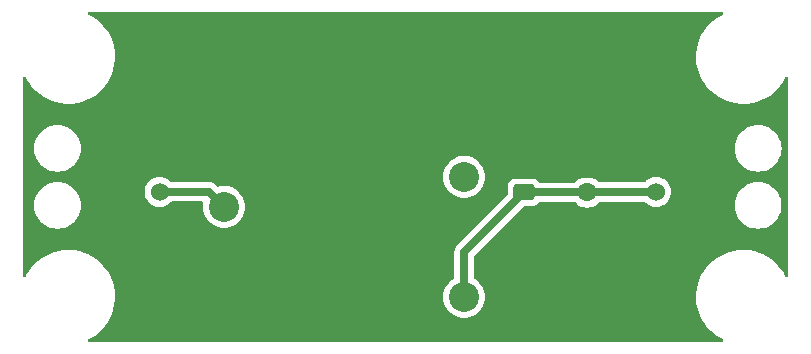
<source format=gbr>
%TF.GenerationSoftware,KiCad,Pcbnew,7.0.5*%
%TF.CreationDate,2023-10-04T22:36:29-05:00*%
%TF.ProjectId,24V Regulator Breakout,32345620-5265-4677-956c-61746f722042,rev?*%
%TF.SameCoordinates,Original*%
%TF.FileFunction,Copper,L1,Top*%
%TF.FilePolarity,Positive*%
%FSLAX46Y46*%
G04 Gerber Fmt 4.6, Leading zero omitted, Abs format (unit mm)*
G04 Created by KiCad (PCBNEW 7.0.5) date 2023-10-04 22:36:29*
%MOMM*%
%LPD*%
G01*
G04 APERTURE LIST*
G04 Aperture macros list*
%AMRoundRect*
0 Rectangle with rounded corners*
0 $1 Rounding radius*
0 $2 $3 $4 $5 $6 $7 $8 $9 X,Y pos of 4 corners*
0 Add a 4 corners polygon primitive as box body*
4,1,4,$2,$3,$4,$5,$6,$7,$8,$9,$2,$3,0*
0 Add four circle primitives for the rounded corners*
1,1,$1+$1,$2,$3*
1,1,$1+$1,$4,$5*
1,1,$1+$1,$6,$7*
1,1,$1+$1,$8,$9*
0 Add four rect primitives between the rounded corners*
20,1,$1+$1,$2,$3,$4,$5,0*
20,1,$1+$1,$4,$5,$6,$7,0*
20,1,$1+$1,$6,$7,$8,$9,0*
20,1,$1+$1,$8,$9,$2,$3,0*%
G04 Aperture macros list end*
%TA.AperFunction,ComponentPad*%
%ADD10C,2.540000*%
%TD*%
%TA.AperFunction,SMDPad,CuDef*%
%ADD11RoundRect,0.250000X-0.650000X0.412500X-0.650000X-0.412500X0.650000X-0.412500X0.650000X0.412500X0*%
%TD*%
%TA.AperFunction,ComponentPad*%
%ADD12R,1.600000X1.600000*%
%TD*%
%TA.AperFunction,ComponentPad*%
%ADD13C,1.600000*%
%TD*%
%TA.AperFunction,ComponentPad*%
%ADD14C,1.524000*%
%TD*%
%TA.AperFunction,Conductor*%
%ADD15C,0.635000*%
%TD*%
G04 APERTURE END LIST*
D10*
%TO.P,U1,1,ON/OFF*%
%TO.N,GND*%
X83058000Y-50800000D03*
%TO.P,U1,2,VIN-*%
X83058000Y-58420000D03*
%TO.P,U1,3,VIN+*%
%TO.N,Net-(U1-VIN+)*%
X83058000Y-63500000D03*
%TO.P,U1,4,VOUT+*%
%TO.N,Net-(U1-VOUT+)*%
X103378000Y-71120000D03*
%TO.P,U1,5,Trim*%
%TO.N,unconnected-(U1-Trim-Pad5)*%
X103378000Y-60960000D03*
%TO.P,U1,6,VOUT-*%
%TO.N,GND*%
X103378000Y-50800000D03*
%TD*%
D11*
%TO.P,C2,1*%
%TO.N,GND*%
X108458000Y-59143500D03*
%TO.P,C2,2*%
%TO.N,Net-(U1-VOUT+)*%
X108458000Y-62268500D03*
%TD*%
D12*
%TO.P,C1,1*%
%TO.N,GND*%
X113792000Y-60258888D03*
D13*
%TO.P,C1,2*%
%TO.N,Net-(U1-VOUT+)*%
X113792000Y-62258888D03*
%TD*%
D14*
%TO.P,Conn1,1*%
%TO.N,GND*%
X119634000Y-59690000D03*
%TO.P,Conn1,2*%
%TO.N,Net-(U1-VOUT+)*%
X119634000Y-62230000D03*
%TD*%
%TO.P,Conn2,1*%
%TO.N,Net-(U1-VIN+)*%
X77597000Y-62230000D03*
%TO.P,Conn2,2*%
%TO.N,GND*%
X77597000Y-59690000D03*
%TD*%
D15*
%TO.N,Net-(U1-VIN+)*%
X77597000Y-62230000D02*
X81788000Y-62230000D01*
X81788000Y-62230000D02*
X83058000Y-63500000D01*
%TO.N,Net-(U1-VOUT+)*%
X103378000Y-71120000D02*
X103378000Y-67348500D01*
X103378000Y-67348500D02*
X108458000Y-62268500D01*
X113782388Y-62268500D02*
X113792000Y-62258888D01*
X119605112Y-62258888D02*
X119634000Y-62230000D01*
X113792000Y-62258888D02*
X119605112Y-62258888D01*
X108458000Y-62268500D02*
X113782388Y-62268500D01*
%TD*%
%TA.AperFunction,Conductor*%
%TO.N,GND*%
G36*
X125275822Y-47010185D02*
G01*
X125321577Y-47062989D01*
X125331521Y-47132147D01*
X125302496Y-47195703D01*
X125262585Y-47226220D01*
X125097191Y-47305869D01*
X124758753Y-47512684D01*
X124758742Y-47512692D01*
X124442575Y-47752180D01*
X124442572Y-47752182D01*
X124151813Y-48021968D01*
X123889365Y-48319359D01*
X123657839Y-48641393D01*
X123657826Y-48641413D01*
X123459516Y-48984896D01*
X123296382Y-49346437D01*
X123170059Y-49722419D01*
X123081799Y-50109111D01*
X123032478Y-50502681D01*
X123022590Y-50899173D01*
X123022590Y-50899187D01*
X123052230Y-51294711D01*
X123052231Y-51294724D01*
X123121108Y-51685339D01*
X123228530Y-52067137D01*
X123228534Y-52067151D01*
X123373435Y-52436353D01*
X123373440Y-52436365D01*
X123554386Y-52789314D01*
X123554391Y-52789323D01*
X123769586Y-53122509D01*
X123895691Y-53280640D01*
X124016895Y-53432625D01*
X124293823Y-53716544D01*
X124293833Y-53716554D01*
X124597676Y-53971508D01*
X124925394Y-54194942D01*
X125273730Y-54384636D01*
X125639223Y-54538704D01*
X125639232Y-54538706D01*
X125639238Y-54538709D01*
X126018235Y-54655614D01*
X126018248Y-54655617D01*
X126406999Y-54734205D01*
X126407014Y-54734208D01*
X126745300Y-54768058D01*
X126801680Y-54773700D01*
X126801681Y-54773700D01*
X127099084Y-54773700D01*
X127099101Y-54773700D01*
X127396145Y-54758875D01*
X127788353Y-54699759D01*
X128172726Y-54601886D01*
X128545445Y-54466228D01*
X128902803Y-54294133D01*
X129241251Y-54087312D01*
X129557424Y-53847820D01*
X129848181Y-53578037D01*
X130110631Y-53280645D01*
X130342166Y-52958600D01*
X130540485Y-52615101D01*
X130572473Y-52544207D01*
X130617988Y-52491197D01*
X130684938Y-52471208D01*
X130752066Y-52490589D01*
X130798060Y-52543185D01*
X130809500Y-52595207D01*
X130809500Y-69326798D01*
X130789815Y-69393837D01*
X130737011Y-69439592D01*
X130667853Y-69449536D01*
X130604297Y-69420511D01*
X130575156Y-69383368D01*
X130445613Y-69130685D01*
X130445609Y-69130677D01*
X130230414Y-68797491D01*
X129983114Y-68487386D01*
X129983111Y-68487383D01*
X129983104Y-68487374D01*
X129706176Y-68203455D01*
X129706173Y-68203452D01*
X129706172Y-68203451D01*
X129706167Y-68203446D01*
X129402324Y-67948492D01*
X129329613Y-67898918D01*
X129074605Y-67725057D01*
X128938624Y-67651006D01*
X128726270Y-67535364D01*
X128726262Y-67535360D01*
X128726259Y-67535359D01*
X128360777Y-67381296D01*
X128360761Y-67381290D01*
X127981764Y-67264385D01*
X127981751Y-67264382D01*
X127593000Y-67185794D01*
X127592979Y-67185791D01*
X127198320Y-67146300D01*
X127198319Y-67146300D01*
X126900899Y-67146300D01*
X126900884Y-67146300D01*
X126603855Y-67161124D01*
X126211647Y-67220241D01*
X125827272Y-67318114D01*
X125454549Y-67453774D01*
X125097191Y-67625869D01*
X124758753Y-67832684D01*
X124758742Y-67832692D01*
X124442575Y-68072180D01*
X124442572Y-68072182D01*
X124151813Y-68341968D01*
X123889365Y-68639359D01*
X123657839Y-68961393D01*
X123657826Y-68961413D01*
X123459516Y-69304896D01*
X123296382Y-69666437D01*
X123170059Y-70042419D01*
X123081799Y-70429111D01*
X123032478Y-70822681D01*
X123022590Y-71219173D01*
X123022590Y-71219187D01*
X123052230Y-71614711D01*
X123052231Y-71614724D01*
X123121108Y-72005339D01*
X123228530Y-72387137D01*
X123228534Y-72387151D01*
X123373435Y-72756353D01*
X123373440Y-72756365D01*
X123554386Y-73109314D01*
X123554391Y-73109323D01*
X123769586Y-73442509D01*
X123895691Y-73600640D01*
X124016895Y-73752625D01*
X124293823Y-74036544D01*
X124293833Y-74036554D01*
X124597676Y-74291508D01*
X124767522Y-74407307D01*
X124925401Y-74514947D01*
X125258974Y-74696601D01*
X125308436Y-74745950D01*
X125323365Y-74814206D01*
X125299022Y-74879698D01*
X125243136Y-74921633D01*
X125199671Y-74929500D01*
X71641217Y-74929500D01*
X71574178Y-74909815D01*
X71528423Y-74857011D01*
X71518479Y-74787853D01*
X71547504Y-74724297D01*
X71587415Y-74693780D01*
X71616295Y-74679871D01*
X71752803Y-74614133D01*
X72091251Y-74407312D01*
X72407424Y-74167820D01*
X72698181Y-73898037D01*
X72960631Y-73600645D01*
X73192166Y-73278600D01*
X73390485Y-72935101D01*
X73553617Y-72573563D01*
X73679941Y-72197578D01*
X73768201Y-71810885D01*
X73817521Y-71417325D01*
X73822462Y-71219173D01*
X73824935Y-71120004D01*
X101602535Y-71120004D01*
X101622363Y-71384609D01*
X101622364Y-71384614D01*
X101681410Y-71643313D01*
X101681412Y-71643322D01*
X101681414Y-71643327D01*
X101778361Y-71890345D01*
X101911042Y-72120155D01*
X102076492Y-72327623D01*
X102271016Y-72508114D01*
X102490268Y-72657598D01*
X102729350Y-72772734D01*
X102982922Y-72850950D01*
X102982923Y-72850950D01*
X102982926Y-72850951D01*
X103245311Y-72890499D01*
X103245316Y-72890499D01*
X103245319Y-72890500D01*
X103245320Y-72890500D01*
X103510680Y-72890500D01*
X103510681Y-72890500D01*
X103510688Y-72890499D01*
X103773073Y-72850951D01*
X103773074Y-72850950D01*
X103773078Y-72850950D01*
X104026650Y-72772734D01*
X104265733Y-72657598D01*
X104484984Y-72508114D01*
X104679508Y-72327623D01*
X104844958Y-72120155D01*
X104977639Y-71890345D01*
X105074586Y-71643327D01*
X105133635Y-71384619D01*
X105153465Y-71120000D01*
X105133635Y-70855381D01*
X105074586Y-70596673D01*
X104977639Y-70349655D01*
X104844958Y-70119845D01*
X104679508Y-69912377D01*
X104484984Y-69731886D01*
X104484985Y-69731886D01*
X104484980Y-69731882D01*
X104265735Y-69582402D01*
X104261717Y-69580083D01*
X104262284Y-69579099D01*
X104214325Y-69535781D01*
X104196000Y-69470905D01*
X104196000Y-67738687D01*
X104215685Y-67671648D01*
X104232319Y-67651006D01*
X108415507Y-63467818D01*
X108476830Y-63434333D01*
X108503188Y-63431499D01*
X109158002Y-63431499D01*
X109158008Y-63431499D01*
X109260797Y-63420999D01*
X109427334Y-63365814D01*
X109576656Y-63273712D01*
X109700712Y-63149656D01*
X109703335Y-63145402D01*
X109755285Y-63098678D01*
X109808874Y-63086500D01*
X112729063Y-63086500D01*
X112796102Y-63106185D01*
X112816744Y-63122819D01*
X112952858Y-63258933D01*
X112952861Y-63258935D01*
X113139266Y-63389456D01*
X113345504Y-63485627D01*
X113565308Y-63544523D01*
X113727230Y-63558689D01*
X113791998Y-63564356D01*
X113792000Y-63564356D01*
X113792002Y-63564356D01*
X113848672Y-63559397D01*
X114018692Y-63544523D01*
X114238496Y-63485627D01*
X114444734Y-63389456D01*
X114631139Y-63258935D01*
X114776868Y-63113205D01*
X114838189Y-63079722D01*
X114864548Y-63076888D01*
X118644080Y-63076888D01*
X118711119Y-63096573D01*
X118731761Y-63113207D01*
X118819378Y-63200824D01*
X118819384Y-63200829D01*
X119000333Y-63327531D01*
X119000335Y-63327532D01*
X119000338Y-63327534D01*
X119200550Y-63420894D01*
X119413932Y-63478070D01*
X119571123Y-63491822D01*
X119633998Y-63497323D01*
X119634000Y-63497323D01*
X119634002Y-63497323D01*
X119689016Y-63492509D01*
X119854068Y-63478070D01*
X120067450Y-63420894D01*
X120170157Y-63373001D01*
X126289454Y-63373001D01*
X126309613Y-63654866D01*
X126333488Y-63764614D01*
X126369680Y-63930984D01*
X126404117Y-64023313D01*
X126468432Y-64195750D01*
X126468434Y-64195754D01*
X126603855Y-64443758D01*
X126603860Y-64443766D01*
X126773196Y-64669974D01*
X126773212Y-64669992D01*
X126973007Y-64869787D01*
X126973025Y-64869803D01*
X127199233Y-65039139D01*
X127199241Y-65039144D01*
X127447245Y-65174565D01*
X127447249Y-65174567D01*
X127447251Y-65174568D01*
X127712016Y-65273320D01*
X127850077Y-65303353D01*
X127988133Y-65333386D01*
X127988135Y-65333386D01*
X127988139Y-65333387D01*
X128199447Y-65348500D01*
X128340553Y-65348500D01*
X128551861Y-65333387D01*
X128827984Y-65273320D01*
X129092749Y-65174568D01*
X129340764Y-65039141D01*
X129566982Y-64869797D01*
X129766797Y-64669982D01*
X129936141Y-64443764D01*
X130071568Y-64195749D01*
X130170320Y-63930984D01*
X130230387Y-63654861D01*
X130250546Y-63373000D01*
X130230387Y-63091139D01*
X130228903Y-63084319D01*
X130170321Y-62815022D01*
X130170320Y-62815016D01*
X130071568Y-62550251D01*
X130042819Y-62497602D01*
X129936144Y-62302241D01*
X129936139Y-62302233D01*
X129766803Y-62076025D01*
X129766787Y-62076007D01*
X129566992Y-61876212D01*
X129566974Y-61876196D01*
X129340766Y-61706860D01*
X129340758Y-61706855D01*
X129092754Y-61571434D01*
X129092750Y-61571432D01*
X128989698Y-61532996D01*
X128827984Y-61472680D01*
X128827980Y-61472679D01*
X128827977Y-61472678D01*
X128551866Y-61412613D01*
X128340555Y-61397500D01*
X128340553Y-61397500D01*
X128199447Y-61397500D01*
X128199444Y-61397500D01*
X127988133Y-61412613D01*
X127712022Y-61472678D01*
X127712017Y-61472679D01*
X127712016Y-61472680D01*
X127683457Y-61483332D01*
X127447249Y-61571432D01*
X127447245Y-61571434D01*
X127199241Y-61706855D01*
X127199233Y-61706860D01*
X126973025Y-61876196D01*
X126973007Y-61876212D01*
X126773212Y-62076007D01*
X126773196Y-62076025D01*
X126603860Y-62302233D01*
X126603855Y-62302241D01*
X126468434Y-62550245D01*
X126468432Y-62550249D01*
X126369678Y-62815022D01*
X126309613Y-63091133D01*
X126289454Y-63372998D01*
X126289454Y-63373001D01*
X120170157Y-63373001D01*
X120267662Y-63327534D01*
X120448620Y-63200826D01*
X120604826Y-63044620D01*
X120731534Y-62863662D01*
X120824894Y-62663450D01*
X120882070Y-62450068D01*
X120901323Y-62230000D01*
X120882070Y-62009932D01*
X120824894Y-61796550D01*
X120731534Y-61596339D01*
X120646347Y-61474678D01*
X120604827Y-61415381D01*
X120565127Y-61375681D01*
X120448620Y-61259174D01*
X120448616Y-61259171D01*
X120448615Y-61259170D01*
X120267666Y-61132468D01*
X120267662Y-61132466D01*
X120258769Y-61128319D01*
X120067450Y-61039106D01*
X120067447Y-61039105D01*
X120067445Y-61039104D01*
X119854070Y-60981930D01*
X119854062Y-60981929D01*
X119634002Y-60962677D01*
X119633998Y-60962677D01*
X119413937Y-60981929D01*
X119413929Y-60981930D01*
X119200554Y-61039104D01*
X119200548Y-61039107D01*
X119000340Y-61132465D01*
X119000338Y-61132466D01*
X118819381Y-61259172D01*
X118746683Y-61331870D01*
X118673983Y-61404570D01*
X118612663Y-61438054D01*
X118586304Y-61440888D01*
X114864548Y-61440888D01*
X114797509Y-61421203D01*
X114776871Y-61404573D01*
X114631139Y-61258841D01*
X114631138Y-61258840D01*
X114631137Y-61258839D01*
X114444734Y-61128320D01*
X114444732Y-61128319D01*
X114238497Y-61032149D01*
X114238488Y-61032146D01*
X114018697Y-60973254D01*
X114018693Y-60973253D01*
X114018692Y-60973253D01*
X114018691Y-60973252D01*
X114018686Y-60973252D01*
X113792002Y-60953420D01*
X113791998Y-60953420D01*
X113565313Y-60973252D01*
X113565302Y-60973254D01*
X113345511Y-61032146D01*
X113345502Y-61032149D01*
X113139267Y-61128319D01*
X113139265Y-61128320D01*
X112952858Y-61258842D01*
X112797520Y-61414181D01*
X112736197Y-61447666D01*
X112709839Y-61450500D01*
X109808874Y-61450500D01*
X109741835Y-61430815D01*
X109703336Y-61391598D01*
X109700712Y-61387344D01*
X109576657Y-61263289D01*
X109576656Y-61263289D01*
X109576656Y-61263288D01*
X109427334Y-61171186D01*
X109260797Y-61116001D01*
X109260795Y-61116000D01*
X109158010Y-61105500D01*
X107757998Y-61105500D01*
X107757981Y-61105501D01*
X107655203Y-61116000D01*
X107655200Y-61116001D01*
X107488668Y-61171185D01*
X107488663Y-61171187D01*
X107339342Y-61263289D01*
X107215289Y-61387342D01*
X107123187Y-61536663D01*
X107123185Y-61536668D01*
X107111665Y-61571434D01*
X107068001Y-61703203D01*
X107068001Y-61703204D01*
X107068000Y-61703204D01*
X107057500Y-61805983D01*
X107057500Y-62460811D01*
X107037815Y-62527850D01*
X107021181Y-62548492D01*
X102734417Y-66835255D01*
X102734414Y-66835259D01*
X102711673Y-66871450D01*
X102707648Y-66877122D01*
X102680999Y-66910540D01*
X102662450Y-66949056D01*
X102659085Y-66955144D01*
X102636345Y-66991334D01*
X102622226Y-67031683D01*
X102619564Y-67038110D01*
X102601018Y-67076621D01*
X102591506Y-67118293D01*
X102589580Y-67124977D01*
X102575462Y-67165327D01*
X102575461Y-67165330D01*
X102570677Y-67207800D01*
X102569511Y-67214659D01*
X102560000Y-67256327D01*
X102560000Y-67302562D01*
X102559999Y-69470907D01*
X102540314Y-69537947D01*
X102493737Y-69579148D01*
X102494279Y-69580087D01*
X102490257Y-69582408D01*
X102271019Y-69731883D01*
X102076494Y-69912375D01*
X102076492Y-69912377D01*
X101911042Y-70119845D01*
X101778361Y-70349654D01*
X101681416Y-70596667D01*
X101681410Y-70596686D01*
X101622364Y-70855385D01*
X101622363Y-70855390D01*
X101602535Y-71119995D01*
X101602535Y-71120004D01*
X73824935Y-71120004D01*
X73827409Y-71020826D01*
X73827409Y-71020810D01*
X73815012Y-70855381D01*
X73797769Y-70625280D01*
X73728893Y-70234668D01*
X73621467Y-69852854D01*
X73573989Y-69731883D01*
X73476564Y-69483646D01*
X73476559Y-69483634D01*
X73295613Y-69130685D01*
X73295609Y-69130677D01*
X73080414Y-68797491D01*
X72833114Y-68487386D01*
X72833111Y-68487383D01*
X72833104Y-68487374D01*
X72556176Y-68203455D01*
X72556173Y-68203452D01*
X72556172Y-68203451D01*
X72556167Y-68203446D01*
X72252324Y-67948492D01*
X72179613Y-67898918D01*
X71924605Y-67725057D01*
X71788624Y-67651006D01*
X71576270Y-67535364D01*
X71576262Y-67535360D01*
X71576259Y-67535359D01*
X71210777Y-67381296D01*
X71210761Y-67381290D01*
X70831764Y-67264385D01*
X70831751Y-67264382D01*
X70443000Y-67185794D01*
X70442979Y-67185791D01*
X70048320Y-67146300D01*
X70048319Y-67146300D01*
X69750899Y-67146300D01*
X69750884Y-67146300D01*
X69453855Y-67161124D01*
X69061647Y-67220241D01*
X68677272Y-67318114D01*
X68304549Y-67453774D01*
X67947191Y-67625869D01*
X67608753Y-67832684D01*
X67608742Y-67832692D01*
X67292575Y-68072180D01*
X67292572Y-68072182D01*
X67001813Y-68341968D01*
X66739365Y-68639359D01*
X66507839Y-68961393D01*
X66507826Y-68961413D01*
X66309516Y-69304896D01*
X66277527Y-69375792D01*
X66232011Y-69428803D01*
X66165062Y-69448791D01*
X66097934Y-69429410D01*
X66051940Y-69376814D01*
X66040500Y-69324792D01*
X66040500Y-63375001D01*
X66976454Y-63375001D01*
X66996613Y-63656866D01*
X67056678Y-63932977D01*
X67056680Y-63932984D01*
X67090371Y-64023313D01*
X67155432Y-64197750D01*
X67155434Y-64197754D01*
X67290855Y-64445758D01*
X67290860Y-64445766D01*
X67460196Y-64671974D01*
X67460212Y-64671992D01*
X67660007Y-64871787D01*
X67660025Y-64871803D01*
X67886233Y-65041139D01*
X67886241Y-65041144D01*
X68134245Y-65176565D01*
X68134249Y-65176567D01*
X68134251Y-65176568D01*
X68399016Y-65275320D01*
X68537077Y-65305353D01*
X68675133Y-65335386D01*
X68675135Y-65335386D01*
X68675139Y-65335387D01*
X68886447Y-65350500D01*
X69027553Y-65350500D01*
X69238861Y-65335387D01*
X69248060Y-65333386D01*
X69278527Y-65326758D01*
X69514984Y-65275320D01*
X69779749Y-65176568D01*
X70027764Y-65041141D01*
X70253982Y-64871797D01*
X70453797Y-64671982D01*
X70623141Y-64445764D01*
X70758568Y-64197749D01*
X70857320Y-63932984D01*
X70917387Y-63656861D01*
X70937546Y-63375000D01*
X70917387Y-63093139D01*
X70915468Y-63084319D01*
X70857321Y-62817022D01*
X70857320Y-62817016D01*
X70758568Y-62552251D01*
X70756515Y-62548492D01*
X70623144Y-62304241D01*
X70623139Y-62304233D01*
X70567571Y-62230002D01*
X76329677Y-62230002D01*
X76348929Y-62450062D01*
X76348930Y-62450070D01*
X76406104Y-62663445D01*
X76406105Y-62663447D01*
X76406106Y-62663450D01*
X76437372Y-62730500D01*
X76499466Y-62863662D01*
X76499468Y-62863666D01*
X76626170Y-63044615D01*
X76626175Y-63044621D01*
X76782378Y-63200824D01*
X76782384Y-63200829D01*
X76963333Y-63327531D01*
X76963335Y-63327532D01*
X76963338Y-63327534D01*
X77163550Y-63420894D01*
X77376932Y-63478070D01*
X77534123Y-63491822D01*
X77596998Y-63497323D01*
X77597000Y-63497323D01*
X77597002Y-63497323D01*
X77652017Y-63492509D01*
X77817068Y-63478070D01*
X78030450Y-63420894D01*
X78230662Y-63327534D01*
X78411620Y-63200826D01*
X78528126Y-63084319D01*
X78589450Y-63050834D01*
X78615808Y-63048000D01*
X81189643Y-63048000D01*
X81256682Y-63067685D01*
X81302437Y-63120489D01*
X81312381Y-63189647D01*
X81310536Y-63199580D01*
X81305906Y-63219862D01*
X81302363Y-63235388D01*
X81302363Y-63235390D01*
X81282535Y-63499995D01*
X81282535Y-63500004D01*
X81302363Y-63764609D01*
X81302364Y-63764614D01*
X81361410Y-64023313D01*
X81361412Y-64023322D01*
X81361414Y-64023327D01*
X81458361Y-64270345D01*
X81591042Y-64500155D01*
X81756492Y-64707623D01*
X81951016Y-64888114D01*
X82170268Y-65037598D01*
X82409350Y-65152734D01*
X82662922Y-65230950D01*
X82662923Y-65230950D01*
X82662926Y-65230951D01*
X82925311Y-65270499D01*
X82925316Y-65270499D01*
X82925319Y-65270500D01*
X82925320Y-65270500D01*
X83190680Y-65270500D01*
X83190681Y-65270500D01*
X83190688Y-65270499D01*
X83453073Y-65230951D01*
X83453074Y-65230950D01*
X83453078Y-65230950D01*
X83706650Y-65152734D01*
X83945733Y-65037598D01*
X84164984Y-64888114D01*
X84359508Y-64707623D01*
X84524958Y-64500155D01*
X84657639Y-64270345D01*
X84754586Y-64023327D01*
X84813635Y-63764619D01*
X84821860Y-63654861D01*
X84833465Y-63500004D01*
X84833465Y-63499995D01*
X84813636Y-63235390D01*
X84813635Y-63235385D01*
X84813635Y-63235381D01*
X84754586Y-62976673D01*
X84657639Y-62729655D01*
X84524958Y-62499845D01*
X84359508Y-62292377D01*
X84164984Y-62111886D01*
X84115319Y-62078025D01*
X83945736Y-61962404D01*
X83945725Y-61962397D01*
X83706655Y-61847268D01*
X83706636Y-61847261D01*
X83453083Y-61769051D01*
X83453073Y-61769048D01*
X83190688Y-61729500D01*
X83190681Y-61729500D01*
X82925319Y-61729500D01*
X82925311Y-61729500D01*
X82662924Y-61769049D01*
X82662922Y-61769049D01*
X82597481Y-61789235D01*
X82527618Y-61790185D01*
X82473251Y-61758425D01*
X82438655Y-61723829D01*
X82438653Y-61723826D01*
X82301242Y-61586415D01*
X82265041Y-61563668D01*
X82259370Y-61559644D01*
X82230559Y-61536668D01*
X82225956Y-61532997D01*
X82187451Y-61514454D01*
X82181360Y-61511088D01*
X82145167Y-61488346D01*
X82145164Y-61488344D01*
X82104814Y-61474225D01*
X82098387Y-61471563D01*
X82059877Y-61453017D01*
X82018203Y-61443506D01*
X82011530Y-61441584D01*
X81986974Y-61432991D01*
X81971170Y-61427461D01*
X81928700Y-61422677D01*
X81921840Y-61421511D01*
X81880172Y-61412000D01*
X81880166Y-61412000D01*
X81833938Y-61412000D01*
X78615808Y-61412000D01*
X78548769Y-61392315D01*
X78528127Y-61375681D01*
X78411621Y-61259175D01*
X78411615Y-61259170D01*
X78230666Y-61132468D01*
X78230662Y-61132466D01*
X78221769Y-61128319D01*
X78030450Y-61039106D01*
X78030447Y-61039105D01*
X78030445Y-61039104D01*
X77817070Y-60981930D01*
X77817062Y-60981929D01*
X77597002Y-60962677D01*
X77596998Y-60962677D01*
X77376937Y-60981929D01*
X77376929Y-60981930D01*
X77163554Y-61039104D01*
X77163548Y-61039107D01*
X76963340Y-61132465D01*
X76963338Y-61132466D01*
X76782377Y-61259175D01*
X76626175Y-61415377D01*
X76499466Y-61596338D01*
X76499465Y-61596340D01*
X76406107Y-61796548D01*
X76406104Y-61796554D01*
X76348930Y-62009929D01*
X76348929Y-62009937D01*
X76329677Y-62229997D01*
X76329677Y-62230002D01*
X70567571Y-62230002D01*
X70453803Y-62078025D01*
X70453787Y-62078007D01*
X70253992Y-61878212D01*
X70253974Y-61878196D01*
X70027766Y-61708860D01*
X70027758Y-61708855D01*
X69779754Y-61573434D01*
X69779750Y-61573432D01*
X69617563Y-61512940D01*
X69514984Y-61474680D01*
X69514980Y-61474679D01*
X69514977Y-61474678D01*
X69238866Y-61414613D01*
X69027555Y-61399500D01*
X69027553Y-61399500D01*
X68886447Y-61399500D01*
X68886444Y-61399500D01*
X68675133Y-61414613D01*
X68399022Y-61474678D01*
X68399017Y-61474679D01*
X68399016Y-61474680D01*
X68362376Y-61488346D01*
X68134249Y-61573432D01*
X68134245Y-61573434D01*
X67886241Y-61708855D01*
X67886233Y-61708860D01*
X67660025Y-61878196D01*
X67660007Y-61878212D01*
X67460212Y-62078007D01*
X67460196Y-62078025D01*
X67290860Y-62304233D01*
X67290855Y-62304241D01*
X67155434Y-62552245D01*
X67155432Y-62552249D01*
X67056678Y-62817022D01*
X66996613Y-63093133D01*
X66976454Y-63374998D01*
X66976454Y-63375001D01*
X66040500Y-63375001D01*
X66040500Y-60960004D01*
X101602535Y-60960004D01*
X101622363Y-61224609D01*
X101622364Y-61224614D01*
X101681410Y-61483313D01*
X101681412Y-61483322D01*
X101681414Y-61483327D01*
X101778361Y-61730345D01*
X101911042Y-61960155D01*
X102076492Y-62167623D01*
X102271016Y-62348114D01*
X102490268Y-62497598D01*
X102729350Y-62612734D01*
X102982922Y-62690950D01*
X102982923Y-62690950D01*
X102982926Y-62690951D01*
X103245311Y-62730499D01*
X103245316Y-62730499D01*
X103245319Y-62730500D01*
X103245320Y-62730500D01*
X103510680Y-62730500D01*
X103510681Y-62730500D01*
X103510688Y-62730499D01*
X103773073Y-62690951D01*
X103773074Y-62690950D01*
X103773078Y-62690950D01*
X104026650Y-62612734D01*
X104265733Y-62497598D01*
X104484984Y-62348114D01*
X104679508Y-62167623D01*
X104844958Y-61960155D01*
X104977639Y-61730345D01*
X105074586Y-61483327D01*
X105133635Y-61224619D01*
X105140541Y-61132465D01*
X105153465Y-60960004D01*
X105153465Y-60959995D01*
X105133636Y-60695390D01*
X105133635Y-60695385D01*
X105133635Y-60695381D01*
X105074586Y-60436673D01*
X104977639Y-60189655D01*
X104844958Y-59959845D01*
X104679508Y-59752377D01*
X104484984Y-59571886D01*
X104265733Y-59422402D01*
X104265732Y-59422401D01*
X104265725Y-59422397D01*
X104026655Y-59307268D01*
X104026636Y-59307261D01*
X103773083Y-59229051D01*
X103773073Y-59229048D01*
X103510688Y-59189500D01*
X103510681Y-59189500D01*
X103245319Y-59189500D01*
X103245311Y-59189500D01*
X102982926Y-59229048D01*
X102982916Y-59229051D01*
X102729363Y-59307261D01*
X102729344Y-59307268D01*
X102490276Y-59422397D01*
X102490274Y-59422398D01*
X102271015Y-59571886D01*
X102076494Y-59752375D01*
X102076492Y-59752377D01*
X101911042Y-59959845D01*
X101778361Y-60189654D01*
X101681416Y-60436667D01*
X101681410Y-60436686D01*
X101622364Y-60695385D01*
X101622363Y-60695390D01*
X101602535Y-60959995D01*
X101602535Y-60960004D01*
X66040500Y-60960004D01*
X66040500Y-58547001D01*
X66980454Y-58547001D01*
X67000613Y-58828866D01*
X67060678Y-59104977D01*
X67060680Y-59104984D01*
X67121993Y-59269372D01*
X67159432Y-59369750D01*
X67159434Y-59369754D01*
X67294855Y-59617758D01*
X67294860Y-59617766D01*
X67464196Y-59843974D01*
X67464212Y-59843992D01*
X67664007Y-60043787D01*
X67664025Y-60043803D01*
X67890233Y-60213139D01*
X67890241Y-60213144D01*
X68138245Y-60348565D01*
X68138249Y-60348567D01*
X68138251Y-60348568D01*
X68403016Y-60447320D01*
X68541077Y-60477353D01*
X68679133Y-60507386D01*
X68679135Y-60507386D01*
X68679139Y-60507387D01*
X68890447Y-60522500D01*
X69031553Y-60522500D01*
X69242861Y-60507387D01*
X69252060Y-60505386D01*
X69282527Y-60498758D01*
X69518984Y-60447320D01*
X69783749Y-60348568D01*
X70031764Y-60213141D01*
X70257982Y-60043797D01*
X70457797Y-59843982D01*
X70627141Y-59617764D01*
X70762568Y-59369749D01*
X70861320Y-59104984D01*
X70921387Y-58828861D01*
X70941546Y-58547000D01*
X70941403Y-58545001D01*
X126293454Y-58545001D01*
X126313613Y-58826866D01*
X126373678Y-59102977D01*
X126373680Y-59102984D01*
X126434993Y-59267372D01*
X126472432Y-59367750D01*
X126472434Y-59367754D01*
X126607855Y-59615758D01*
X126607860Y-59615766D01*
X126777196Y-59841974D01*
X126777212Y-59841992D01*
X126977007Y-60041787D01*
X126977025Y-60041803D01*
X127203233Y-60211139D01*
X127203241Y-60211144D01*
X127451245Y-60346565D01*
X127451249Y-60346567D01*
X127451251Y-60346568D01*
X127716016Y-60445320D01*
X127854077Y-60475353D01*
X127992133Y-60505386D01*
X127992135Y-60505386D01*
X127992139Y-60505387D01*
X128203447Y-60520500D01*
X128344553Y-60520500D01*
X128555861Y-60505387D01*
X128831984Y-60445320D01*
X129096749Y-60346568D01*
X129344764Y-60211141D01*
X129570982Y-60041797D01*
X129770797Y-59841982D01*
X129940141Y-59615764D01*
X130075568Y-59367749D01*
X130174320Y-59102984D01*
X130234387Y-58826861D01*
X130254546Y-58545000D01*
X130234387Y-58263139D01*
X130174320Y-57987016D01*
X130075568Y-57722251D01*
X129941231Y-57476233D01*
X129940144Y-57474241D01*
X129940139Y-57474233D01*
X129770803Y-57248025D01*
X129770787Y-57248007D01*
X129570992Y-57048212D01*
X129570974Y-57048196D01*
X129344766Y-56878860D01*
X129344758Y-56878855D01*
X129096754Y-56743434D01*
X129096750Y-56743432D01*
X128996372Y-56705993D01*
X128831984Y-56644680D01*
X128831980Y-56644679D01*
X128831977Y-56644678D01*
X128555866Y-56584613D01*
X128344555Y-56569500D01*
X128344553Y-56569500D01*
X128203447Y-56569500D01*
X128203444Y-56569500D01*
X127992133Y-56584613D01*
X127716022Y-56644678D01*
X127716017Y-56644679D01*
X127716016Y-56644680D01*
X127710654Y-56646680D01*
X127451249Y-56743432D01*
X127451245Y-56743434D01*
X127203241Y-56878855D01*
X127203233Y-56878860D01*
X126977025Y-57048196D01*
X126977007Y-57048212D01*
X126777212Y-57248007D01*
X126777196Y-57248025D01*
X126607860Y-57474233D01*
X126607855Y-57474241D01*
X126472434Y-57722245D01*
X126472432Y-57722249D01*
X126373678Y-57987022D01*
X126313613Y-58263133D01*
X126293454Y-58544998D01*
X126293454Y-58545001D01*
X70941403Y-58545001D01*
X70921387Y-58265139D01*
X70861320Y-57989016D01*
X70762568Y-57724251D01*
X70627141Y-57476236D01*
X70625642Y-57474233D01*
X70457803Y-57250025D01*
X70457787Y-57250007D01*
X70257992Y-57050212D01*
X70257974Y-57050196D01*
X70031766Y-56880860D01*
X70031758Y-56880855D01*
X69783754Y-56745434D01*
X69783750Y-56745432D01*
X69683372Y-56707993D01*
X69518984Y-56646680D01*
X69518980Y-56646679D01*
X69518977Y-56646678D01*
X69242866Y-56586613D01*
X69031555Y-56571500D01*
X69031553Y-56571500D01*
X68890447Y-56571500D01*
X68890444Y-56571500D01*
X68679133Y-56586613D01*
X68403022Y-56646678D01*
X68403017Y-56646679D01*
X68403016Y-56646680D01*
X68339003Y-56670555D01*
X68138249Y-56745432D01*
X68138245Y-56745434D01*
X67890241Y-56880855D01*
X67890233Y-56880860D01*
X67664025Y-57050196D01*
X67664007Y-57050212D01*
X67464212Y-57250007D01*
X67464196Y-57250025D01*
X67294860Y-57476233D01*
X67294855Y-57476241D01*
X67159434Y-57724245D01*
X67159432Y-57724249D01*
X67060678Y-57989022D01*
X67000613Y-58265133D01*
X66980454Y-58546998D01*
X66980454Y-58547001D01*
X66040500Y-58547001D01*
X66040500Y-52593201D01*
X66060185Y-52526162D01*
X66112989Y-52480407D01*
X66182147Y-52470463D01*
X66245703Y-52499488D01*
X66274843Y-52536629D01*
X66404391Y-52789323D01*
X66619586Y-53122509D01*
X66745691Y-53280640D01*
X66866895Y-53432625D01*
X67143823Y-53716544D01*
X67143833Y-53716554D01*
X67447676Y-53971508D01*
X67775394Y-54194942D01*
X68123730Y-54384636D01*
X68489223Y-54538704D01*
X68489232Y-54538706D01*
X68489238Y-54538709D01*
X68868235Y-54655614D01*
X68868248Y-54655617D01*
X69256999Y-54734205D01*
X69257014Y-54734208D01*
X69595299Y-54768058D01*
X69651680Y-54773700D01*
X69651681Y-54773700D01*
X69949084Y-54773700D01*
X69949101Y-54773700D01*
X70246145Y-54758875D01*
X70638353Y-54699759D01*
X71022726Y-54601886D01*
X71395445Y-54466228D01*
X71752803Y-54294133D01*
X72091251Y-54087312D01*
X72407424Y-53847820D01*
X72698181Y-53578037D01*
X72960631Y-53280645D01*
X73192166Y-52958600D01*
X73390485Y-52615101D01*
X73553617Y-52253563D01*
X73679941Y-51877578D01*
X73768201Y-51490885D01*
X73817521Y-51097325D01*
X73827409Y-50700810D01*
X73797769Y-50305280D01*
X73728893Y-49914668D01*
X73621467Y-49532854D01*
X73476559Y-49163634D01*
X73295609Y-48810677D01*
X73080414Y-48477491D01*
X72833114Y-48167386D01*
X72833111Y-48167383D01*
X72833104Y-48167374D01*
X72556176Y-47883455D01*
X72556173Y-47883452D01*
X72556172Y-47883451D01*
X72556167Y-47883446D01*
X72252324Y-47628492D01*
X72205600Y-47596636D01*
X71924598Y-47405052D01*
X71591026Y-47223399D01*
X71541564Y-47174050D01*
X71526635Y-47105794D01*
X71550978Y-47040302D01*
X71606864Y-46998367D01*
X71650329Y-46990500D01*
X125208783Y-46990500D01*
X125275822Y-47010185D01*
G37*
%TD.AperFunction*%
%TD*%
M02*

</source>
